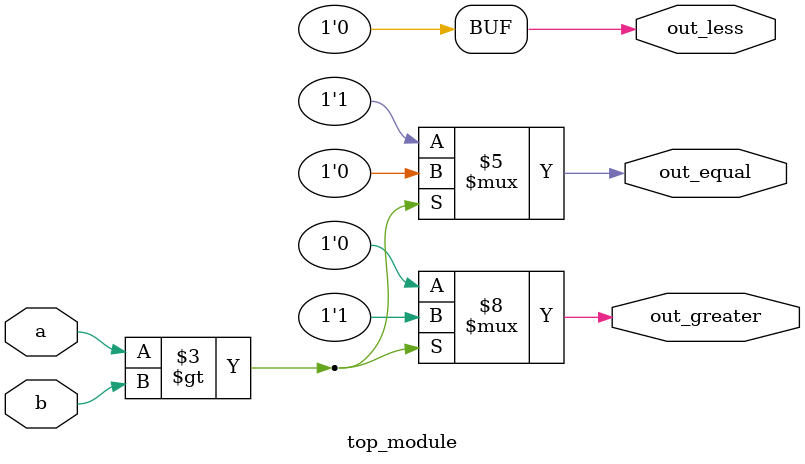
<source format=v>
module top_module(input a,input b,output reg out_less,output reg out_greater,output reg out_equal
);
always @(*) begin
  if(a==b)begin
  out_less=1;
  out_greater=0;
  out_equal=0;
end
  if(a>b)begin
  out_less=0;
  out_greater=1;
  out_equal=0;
end
else begin
  out_less=0;
  out_greater=0;
  out_equal=1;
end
    
end

endmodule

</source>
